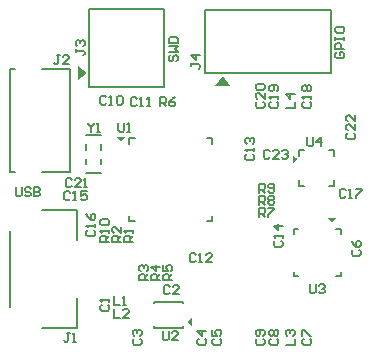
<source format=gto>
%FSLAX24Y24*%
%MOIN*%
G70*
G01*
G75*
%ADD10R,0.0710X0.0300*%
%ADD11R,0.1024X0.0787*%
%ADD12R,0.0532X0.0157*%
%ADD13R,0.0748X0.0630*%
%ADD14R,0.0748X0.0472*%
%ADD15R,0.0787X0.0827*%
%ADD16R,0.0150X0.0200*%
%ADD17R,0.0291X0.0728*%
%ADD18R,0.0787X0.0157*%
%ADD19R,0.0118X0.0472*%
%ADD20R,0.0472X0.0118*%
%ADD21R,0.0236X0.0098*%
%ADD22R,0.0295X0.0472*%
%ADD23R,0.0200X0.0150*%
%ADD24R,0.0300X0.0250*%
%ADD25R,0.0335X0.0138*%
%ADD26R,0.0138X0.0315*%
%ADD27R,0.0250X0.0300*%
%ADD28R,0.0118X0.0165*%
%ADD29R,0.0165X0.0118*%
%ADD30C,0.0100*%
%ADD31C,0.0120*%
%ADD32C,0.0050*%
%ADD33C,0.0060*%
%ADD34C,0.0140*%
%ADD35C,0.0080*%
%ADD36C,0.0098*%
%ADD37C,0.0160*%
%ADD38C,0.0433*%
%ADD39C,0.0591*%
%ADD40R,0.0591X0.0591*%
%ADD41C,0.0354*%
%ADD42C,0.1250*%
%ADD43C,0.0180*%
%ADD44C,0.0200*%
%ADD45C,0.0300*%
%ADD46R,0.1120X0.1120*%
%ADD47C,0.0787*%
%ADD48C,0.0059*%
G36*
X29760Y46985D02*
X29602Y46867D01*
Y47103D01*
X29760Y46985D01*
D02*
G37*
G36*
X30902Y44844D02*
X30764Y45021D01*
X31040D01*
X30902Y44844D01*
D02*
G37*
G36*
X26237Y41406D02*
X26060Y41544D01*
X26237Y41682D01*
Y41406D01*
D02*
G37*
G36*
X22731Y49854D02*
X22416Y49617D01*
Y50090D01*
X22731Y49854D01*
D02*
G37*
G36*
X27486Y49426D02*
X27014D01*
X27250Y49741D01*
X27486Y49426D01*
D02*
G37*
G36*
X23857Y47550D02*
X23719Y47727D01*
X23994D01*
X23857Y47550D01*
D02*
G37*
D33*
X21820Y50450D02*
X21720D01*
X21770D01*
Y50200D01*
X21720Y50150D01*
X21670D01*
X21620Y50200D01*
X22120Y50150D02*
X21920D01*
X22120Y50350D01*
Y50400D01*
X22070Y50450D01*
X21970D01*
X21920Y50400D01*
X28830Y47240D02*
X28780Y47290D01*
X28680D01*
X28630Y47240D01*
Y47040D01*
X28680Y46990D01*
X28780D01*
X28830Y47040D01*
X29130Y46990D02*
X28930D01*
X29130Y47190D01*
Y47240D01*
X29080Y47290D01*
X28980D01*
X28930Y47240D01*
X29230D02*
X29280Y47290D01*
X29380D01*
X29430Y47240D01*
Y47190D01*
X29380Y47140D01*
X29330D01*
X29380D01*
X29430Y47090D01*
Y47040D01*
X29380Y46990D01*
X29280D01*
X29230Y47040D01*
X26200Y50200D02*
Y50100D01*
Y50150D01*
X26450D01*
X26500Y50100D01*
Y50050D01*
X26450Y50000D01*
X26500Y50450D02*
X26200D01*
X26350Y50300D01*
Y50500D01*
X22750Y48200D02*
Y48150D01*
X22850Y48050D01*
X22950Y48150D01*
Y48200D01*
X22850Y48050D02*
Y47900D01*
X23050D02*
X23150D01*
X23100D01*
Y48200D01*
X23050Y48150D01*
X22150Y41200D02*
X22050D01*
X22100D01*
Y40950D01*
X22050Y40900D01*
X22000D01*
X21950Y40950D01*
X22250Y40900D02*
X22350D01*
X22300D01*
Y41200D01*
X22250Y41150D01*
X22350Y50650D02*
Y50550D01*
Y50600D01*
X22600D01*
X22650Y50550D01*
Y50500D01*
X22600Y50450D01*
X22400Y50750D02*
X22350Y50800D01*
Y50900D01*
X22400Y50950D01*
X22450D01*
X22500Y50900D01*
Y50850D01*
Y50900D01*
X22550Y50950D01*
X22600D01*
X22650Y50900D01*
Y50800D01*
X22600Y50750D01*
X30080Y47720D02*
Y47470D01*
X30130Y47420D01*
X30230D01*
X30280Y47470D01*
Y47720D01*
X30530Y47420D02*
Y47720D01*
X30380Y47570D01*
X30580D01*
X30160Y42810D02*
Y42560D01*
X30210Y42510D01*
X30310D01*
X30360Y42560D01*
Y42810D01*
X30460Y42760D02*
X30510Y42810D01*
X30610D01*
X30660Y42760D01*
Y42710D01*
X30610Y42660D01*
X30560D01*
X30610D01*
X30660Y42610D01*
Y42560D01*
X30610Y42510D01*
X30510D01*
X30460Y42560D01*
X25250Y41250D02*
Y41000D01*
X25300Y40950D01*
X25400D01*
X25450Y41000D01*
Y41250D01*
X25750Y40950D02*
X25550D01*
X25750Y41150D01*
Y41200D01*
X25700Y41250D01*
X25600D01*
X25550Y41200D01*
X23770Y48200D02*
Y47950D01*
X23820Y47900D01*
X23920D01*
X23970Y47950D01*
Y48200D01*
X24070Y47900D02*
X24170D01*
X24120D01*
Y48200D01*
X24070Y48150D01*
X28470Y45860D02*
Y46160D01*
X28620D01*
X28670Y46110D01*
Y46010D01*
X28620Y45960D01*
X28470D01*
X28570D02*
X28670Y45860D01*
X28770Y45910D02*
X28820Y45860D01*
X28920D01*
X28970Y45910D01*
Y46110D01*
X28920Y46160D01*
X28820D01*
X28770Y46110D01*
Y46060D01*
X28820Y46010D01*
X28970D01*
X28470Y45460D02*
Y45760D01*
X28620D01*
X28670Y45710D01*
Y45610D01*
X28620Y45560D01*
X28470D01*
X28570D02*
X28670Y45460D01*
X28770Y45710D02*
X28820Y45760D01*
X28920D01*
X28970Y45710D01*
Y45660D01*
X28920Y45610D01*
X28970Y45560D01*
Y45510D01*
X28920Y45460D01*
X28820D01*
X28770Y45510D01*
Y45560D01*
X28820Y45610D01*
X28770Y45660D01*
Y45710D01*
X28820Y45610D02*
X28920D01*
X28470Y45060D02*
Y45360D01*
X28620D01*
X28670Y45310D01*
Y45210D01*
X28620Y45160D01*
X28470D01*
X28570D02*
X28670Y45060D01*
X28770Y45360D02*
X28970D01*
Y45310D01*
X28770Y45110D01*
Y45060D01*
X25170Y48750D02*
Y49050D01*
X25320D01*
X25370Y49000D01*
Y48900D01*
X25320Y48850D01*
X25170D01*
X25270D02*
X25370Y48750D01*
X25670Y49050D02*
X25570Y49000D01*
X25470Y48900D01*
Y48800D01*
X25520Y48750D01*
X25620D01*
X25670Y48800D01*
Y48850D01*
X25620Y48900D01*
X25470D01*
X25580Y42950D02*
X25280D01*
Y43100D01*
X25330Y43150D01*
X25430D01*
X25480Y43100D01*
Y42950D01*
Y43050D02*
X25580Y43150D01*
X25280Y43450D02*
Y43250D01*
X25430D01*
X25380Y43350D01*
Y43400D01*
X25430Y43450D01*
X25530D01*
X25580Y43400D01*
Y43300D01*
X25530Y43250D01*
X25180Y42950D02*
X24880D01*
Y43100D01*
X24930Y43150D01*
X25030D01*
X25080Y43100D01*
Y42950D01*
Y43050D02*
X25180Y43150D01*
Y43400D02*
X24880D01*
X25030Y43250D01*
Y43450D01*
X24780Y42950D02*
X24480D01*
Y43100D01*
X24530Y43150D01*
X24630D01*
X24680Y43100D01*
Y42950D01*
Y43050D02*
X24780Y43150D01*
X24530Y43250D02*
X24480Y43300D01*
Y43400D01*
X24530Y43450D01*
X24580D01*
X24630Y43400D01*
Y43350D01*
Y43400D01*
X24680Y43450D01*
X24730D01*
X24780Y43400D01*
Y43300D01*
X24730Y43250D01*
X23880Y44230D02*
X23580D01*
Y44380D01*
X23630Y44430D01*
X23730D01*
X23780Y44380D01*
Y44230D01*
Y44330D02*
X23880Y44430D01*
Y44730D02*
Y44530D01*
X23680Y44730D01*
X23630D01*
X23580Y44680D01*
Y44580D01*
X23630Y44530D01*
X24280Y44230D02*
X23980D01*
Y44380D01*
X24030Y44430D01*
X24130D01*
X24180Y44380D01*
Y44230D01*
Y44330D02*
X24280Y44430D01*
Y44530D02*
Y44630D01*
Y44580D01*
X23980D01*
X24030Y44530D01*
X29350Y48700D02*
X29650D01*
Y48900D01*
Y49150D02*
X29350D01*
X29500Y49000D01*
Y49200D01*
X29350Y40800D02*
X29650D01*
Y41000D01*
X29400Y41100D02*
X29350Y41150D01*
Y41250D01*
X29400Y41300D01*
X29450D01*
X29500Y41250D01*
Y41200D01*
Y41250D01*
X29550Y41300D01*
X29600D01*
X29650Y41250D01*
Y41150D01*
X29600Y41100D01*
X23630Y42000D02*
Y41700D01*
X23830D01*
X24130D02*
X23930D01*
X24130Y41900D01*
Y41950D01*
X24080Y42000D01*
X23980D01*
X23930Y41950D01*
X23630Y42420D02*
Y42120D01*
X23830D01*
X23930D02*
X24030D01*
X23980D01*
Y42420D01*
X23930Y42370D01*
X31430Y47840D02*
X31380Y47790D01*
Y47690D01*
X31430Y47640D01*
X31630D01*
X31680Y47690D01*
Y47790D01*
X31630Y47840D01*
X31680Y48140D02*
Y47940D01*
X31480Y48140D01*
X31430D01*
X31380Y48090D01*
Y47990D01*
X31430Y47940D01*
X31680Y48440D02*
Y48240D01*
X31480Y48440D01*
X31430D01*
X31380Y48390D01*
Y48290D01*
X31430Y48240D01*
X22220Y46300D02*
X22170Y46350D01*
X22070D01*
X22020Y46300D01*
Y46100D01*
X22070Y46050D01*
X22170D01*
X22220Y46100D01*
X22520Y46050D02*
X22320D01*
X22520Y46250D01*
Y46300D01*
X22470Y46350D01*
X22370D01*
X22320Y46300D01*
X22620Y46050D02*
X22720D01*
X22670D01*
Y46350D01*
X22620Y46300D01*
X28400Y48900D02*
X28350Y48850D01*
Y48750D01*
X28400Y48700D01*
X28600D01*
X28650Y48750D01*
Y48850D01*
X28600Y48900D01*
X28650Y49200D02*
Y49000D01*
X28450Y49200D01*
X28400D01*
X28350Y49150D01*
Y49050D01*
X28400Y49000D01*
Y49300D02*
X28350Y49350D01*
Y49450D01*
X28400Y49500D01*
X28600D01*
X28650Y49450D01*
Y49350D01*
X28600Y49300D01*
X28400D01*
X28850Y48900D02*
X28800Y48850D01*
Y48750D01*
X28850Y48700D01*
X29050D01*
X29100Y48750D01*
Y48850D01*
X29050Y48900D01*
X29100Y49000D02*
Y49100D01*
Y49050D01*
X28800D01*
X28850Y49000D01*
X29050Y49250D02*
X29100Y49300D01*
Y49400D01*
X29050Y49450D01*
X28850D01*
X28800Y49400D01*
Y49300D01*
X28850Y49250D01*
X28900D01*
X28950Y49300D01*
Y49450D01*
X29950Y48900D02*
X29900Y48850D01*
Y48750D01*
X29950Y48700D01*
X30150D01*
X30200Y48750D01*
Y48850D01*
X30150Y48900D01*
X30200Y49000D02*
Y49100D01*
Y49050D01*
X29900D01*
X29950Y49000D01*
Y49250D02*
X29900Y49300D01*
Y49400D01*
X29950Y49450D01*
X30000D01*
X30050Y49400D01*
X30100Y49450D01*
X30150D01*
X30200Y49400D01*
Y49300D01*
X30150Y49250D01*
X30100D01*
X30050Y49300D01*
X30000Y49250D01*
X29950D01*
X30050Y49300D02*
Y49400D01*
X31360Y45940D02*
X31310Y45990D01*
X31210D01*
X31160Y45940D01*
Y45740D01*
X31210Y45690D01*
X31310D01*
X31360Y45740D01*
X31460Y45690D02*
X31560D01*
X31510D01*
Y45990D01*
X31460Y45940D01*
X31710Y45990D02*
X31910D01*
Y45940D01*
X31710Y45740D01*
Y45690D01*
X22750Y44610D02*
X22700Y44560D01*
Y44460D01*
X22750Y44410D01*
X22950D01*
X23000Y44460D01*
Y44560D01*
X22950Y44610D01*
X23000Y44710D02*
Y44810D01*
Y44760D01*
X22700D01*
X22750Y44710D01*
X22700Y45160D02*
X22750Y45060D01*
X22850Y44960D01*
X22950D01*
X23000Y45010D01*
Y45110D01*
X22950Y45160D01*
X22900D01*
X22850Y45110D01*
Y44960D01*
X22170Y45860D02*
X22120Y45910D01*
X22020D01*
X21970Y45860D01*
Y45660D01*
X22020Y45610D01*
X22120D01*
X22170Y45660D01*
X22270Y45610D02*
X22370D01*
X22320D01*
Y45910D01*
X22270Y45860D01*
X22720Y45910D02*
X22520D01*
Y45760D01*
X22620Y45810D01*
X22670D01*
X22720Y45760D01*
Y45660D01*
X22670Y45610D01*
X22570D01*
X22520Y45660D01*
X29010Y44260D02*
X28960Y44210D01*
Y44110D01*
X29010Y44060D01*
X29210D01*
X29260Y44110D01*
Y44210D01*
X29210Y44260D01*
X29260Y44360D02*
Y44460D01*
Y44410D01*
X28960D01*
X29010Y44360D01*
X29260Y44760D02*
X28960D01*
X29110Y44610D01*
Y44810D01*
X28050Y47150D02*
X28000Y47100D01*
Y47000D01*
X28050Y46950D01*
X28250D01*
X28300Y47000D01*
Y47100D01*
X28250Y47150D01*
X28300Y47250D02*
Y47350D01*
Y47300D01*
X28000D01*
X28050Y47250D01*
Y47500D02*
X28000Y47550D01*
Y47650D01*
X28050Y47700D01*
X28100D01*
X28150Y47650D01*
Y47600D01*
Y47650D01*
X28200Y47700D01*
X28250D01*
X28300Y47650D01*
Y47550D01*
X28250Y47500D01*
X26350Y43800D02*
X26300Y43850D01*
X26200D01*
X26150Y43800D01*
Y43600D01*
X26200Y43550D01*
X26300D01*
X26350Y43600D01*
X26450Y43550D02*
X26550D01*
X26500D01*
Y43850D01*
X26450Y43800D01*
X26900Y43550D02*
X26700D01*
X26900Y43750D01*
Y43800D01*
X26850Y43850D01*
X26750D01*
X26700Y43800D01*
X24390Y49000D02*
X24340Y49050D01*
X24240D01*
X24190Y49000D01*
Y48800D01*
X24240Y48750D01*
X24340D01*
X24390Y48800D01*
X24490Y48750D02*
X24590D01*
X24540D01*
Y49050D01*
X24490Y49000D01*
X24740Y48750D02*
X24840D01*
X24790D01*
Y49050D01*
X24740Y49000D01*
X23380Y49050D02*
X23330Y49100D01*
X23230D01*
X23180Y49050D01*
Y48850D01*
X23230Y48800D01*
X23330D01*
X23380Y48850D01*
X23480Y48800D02*
X23580D01*
X23530D01*
Y49100D01*
X23480Y49050D01*
X23730D02*
X23780Y49100D01*
X23880D01*
X23930Y49050D01*
Y48850D01*
X23880Y48800D01*
X23780D01*
X23730Y48850D01*
Y49050D01*
X28400Y41000D02*
X28350Y40950D01*
Y40850D01*
X28400Y40800D01*
X28600D01*
X28650Y40850D01*
Y40950D01*
X28600Y41000D01*
Y41100D02*
X28650Y41150D01*
Y41250D01*
X28600Y41300D01*
X28400D01*
X28350Y41250D01*
Y41150D01*
X28400Y41100D01*
X28450D01*
X28500Y41150D01*
Y41300D01*
X28850Y41000D02*
X28800Y40950D01*
Y40850D01*
X28850Y40800D01*
X29050D01*
X29100Y40850D01*
Y40950D01*
X29050Y41000D01*
X28850Y41100D02*
X28800Y41150D01*
Y41250D01*
X28850Y41300D01*
X28900D01*
X28950Y41250D01*
X29000Y41300D01*
X29050D01*
X29100Y41250D01*
Y41150D01*
X29050Y41100D01*
X29000D01*
X28950Y41150D01*
X28900Y41100D01*
X28850D01*
X28950Y41150D02*
Y41250D01*
X29950Y41000D02*
X29900Y40950D01*
Y40850D01*
X29950Y40800D01*
X30150D01*
X30200Y40850D01*
Y40950D01*
X30150Y41000D01*
X29900Y41100D02*
Y41300D01*
X29950D01*
X30150Y41100D01*
X30200D01*
X31610Y43970D02*
X31560Y43920D01*
Y43820D01*
X31610Y43770D01*
X31810D01*
X31860Y43820D01*
Y43920D01*
X31810Y43970D01*
X31560Y44270D02*
X31610Y44170D01*
X31710Y44070D01*
X31810D01*
X31860Y44120D01*
Y44220D01*
X31810Y44270D01*
X31760D01*
X31710Y44220D01*
Y44070D01*
X26950Y41000D02*
X26900Y40950D01*
Y40850D01*
X26950Y40800D01*
X27150D01*
X27200Y40850D01*
Y40950D01*
X27150Y41000D01*
X26900Y41300D02*
Y41100D01*
X27050D01*
X27000Y41200D01*
Y41250D01*
X27050Y41300D01*
X27150D01*
X27200Y41250D01*
Y41150D01*
X27150Y41100D01*
X26450Y41000D02*
X26400Y40950D01*
Y40850D01*
X26450Y40800D01*
X26650D01*
X26700Y40850D01*
Y40950D01*
X26650Y41000D01*
X26700Y41250D02*
X26400D01*
X26550Y41100D01*
Y41300D01*
X24300Y41000D02*
X24250Y40950D01*
Y40850D01*
X24300Y40800D01*
X24500D01*
X24550Y40850D01*
Y40950D01*
X24500Y41000D01*
X24300Y41100D02*
X24250Y41150D01*
Y41250D01*
X24300Y41300D01*
X24350D01*
X24400Y41250D01*
Y41200D01*
Y41250D01*
X24450Y41300D01*
X24500D01*
X24550Y41250D01*
Y41150D01*
X24500Y41100D01*
X25490Y42730D02*
X25440Y42780D01*
X25340D01*
X25290Y42730D01*
Y42530D01*
X25340Y42480D01*
X25440D01*
X25490Y42530D01*
X25790Y42480D02*
X25590D01*
X25790Y42680D01*
Y42730D01*
X25740Y42780D01*
X25640D01*
X25590Y42730D01*
X23220Y42130D02*
X23170Y42080D01*
Y41980D01*
X23220Y41930D01*
X23420D01*
X23470Y41980D01*
Y42080D01*
X23420Y42130D01*
X23470Y42230D02*
Y42330D01*
Y42280D01*
X23170D01*
X23220Y42230D01*
X23470Y44230D02*
X23170D01*
Y44380D01*
X23220Y44430D01*
X23320D01*
X23370Y44380D01*
Y44230D01*
Y44330D02*
X23470Y44430D01*
Y44530D02*
Y44630D01*
Y44580D01*
X23170D01*
X23220Y44530D01*
Y44780D02*
X23170Y44830D01*
Y44930D01*
X23220Y44980D01*
X23420D01*
X23470Y44930D01*
Y44830D01*
X23420Y44780D01*
X23220D01*
X31050Y50550D02*
X31000Y50500D01*
Y50400D01*
X31050Y50350D01*
X31250D01*
X31300Y50400D01*
Y50500D01*
X31250Y50550D01*
X31150D01*
Y50450D01*
X31300Y50650D02*
X31000D01*
Y50800D01*
X31050Y50850D01*
X31150D01*
X31200Y50800D01*
Y50650D01*
X31000Y50950D02*
Y51050D01*
Y51000D01*
X31300D01*
Y50950D01*
Y51050D01*
X31000Y51350D02*
Y51250D01*
X31050Y51200D01*
X31250D01*
X31300Y51250D01*
Y51350D01*
X31250Y51400D01*
X31050D01*
X31000Y51350D01*
X20360Y46050D02*
Y45800D01*
X20410Y45750D01*
X20510D01*
X20560Y45800D01*
Y46050D01*
X20860Y46000D02*
X20810Y46050D01*
X20710D01*
X20660Y46000D01*
Y45950D01*
X20710Y45900D01*
X20810D01*
X20860Y45850D01*
Y45800D01*
X20810Y45750D01*
X20710D01*
X20660Y45800D01*
X20960Y46050D02*
Y45750D01*
X21110D01*
X21160Y45800D01*
Y45850D01*
X21110Y45900D01*
X20960D01*
X21110D01*
X21160Y45950D01*
Y46000D01*
X21110Y46050D01*
X20960D01*
X25500Y50450D02*
X25450Y50400D01*
Y50300D01*
X25500Y50250D01*
X25550D01*
X25600Y50300D01*
Y50400D01*
X25650Y50450D01*
X25700D01*
X25750Y50400D01*
Y50300D01*
X25700Y50250D01*
X25450Y50550D02*
X25750D01*
X25650Y50650D01*
X25750Y50750D01*
X25450D01*
Y50850D02*
X25750D01*
Y51000D01*
X25700Y51050D01*
X25500D01*
X25450Y51000D01*
Y50850D01*
D35*
X26650Y49849D02*
Y51950D01*
Y49849D02*
X30852D01*
Y51950D01*
X26650D02*
X30852D01*
D48*
X22410Y41351D02*
Y42355D01*
X21217Y41351D02*
X22410D01*
X21217Y45289D02*
X22410D01*
Y44285D02*
Y45289D01*
X20181Y42052D02*
Y44596D01*
X20157Y49983D02*
X20334D01*
X20157Y46557D02*
Y49983D01*
X21220D02*
X22174D01*
X21220Y46557D02*
X22174D01*
Y49983D01*
X20157Y46557D02*
X20334D01*
X22790Y49401D02*
Y51999D01*
Y49401D02*
X25310D01*
X22790Y51999D02*
X25310D01*
Y49401D02*
Y51999D01*
X23206Y47475D02*
X23206Y47298D01*
X23206Y47002D02*
X23206Y46825D01*
X22694Y47475D02*
X22694Y47298D01*
X22694Y47002D02*
X22694Y46825D01*
X22694Y47780D02*
X23206D01*
X22694Y46520D02*
X23206D01*
X26721Y44922D02*
X26898D01*
Y45099D01*
X24142Y44922D02*
Y45099D01*
Y44922D02*
X24319D01*
X26898Y47501D02*
Y47678D01*
X26721D02*
X26898D01*
X24142Y47501D02*
Y47678D01*
X24319D01*
X24958Y42233D02*
X25942D01*
Y42174D02*
Y42233D01*
X24958Y42174D02*
Y42233D01*
X25942Y41367D02*
Y41426D01*
X24958Y41367D02*
Y41426D01*
Y41367D02*
X25942D01*
X31040Y43073D02*
X31197D01*
Y43230D01*
X29623Y43073D02*
Y43230D01*
Y43073D02*
X29780D01*
X29623Y44647D02*
X29780D01*
X29623Y44490D02*
Y44647D01*
X31040D02*
X31197D01*
Y44490D02*
Y44647D01*
X30793Y47281D02*
X30971D01*
Y47103D02*
Y47281D01*
Y46099D02*
Y46277D01*
X30793Y46099D02*
X30971D01*
X29789D02*
X29967D01*
X29789D02*
Y46277D01*
Y47281D02*
X29967D01*
X29789Y47103D02*
Y47281D01*
M02*

</source>
